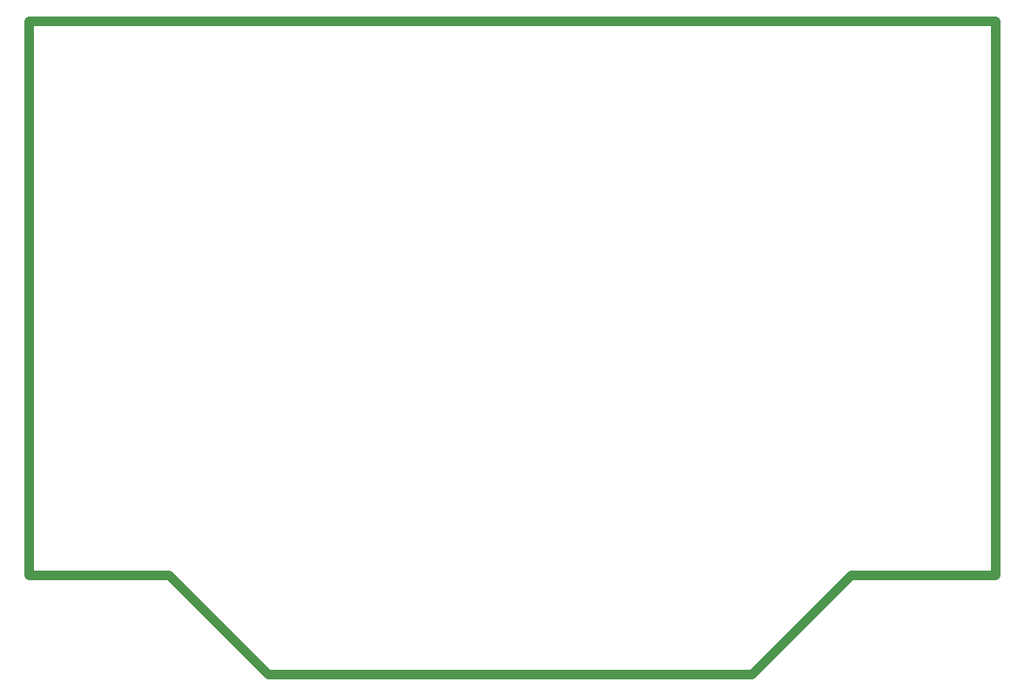
<source format=gko>
%FSDAX24Y24*%
%MOIN*%
%SFA1B1*%

%IPPOS*%
%ADD21C,0.035000*%
%ADD32C,0.010000*%
%LNpcb_potencia_motores-1*%
%LPD*%
G54D21*
X005534Y000175D02*
X009320Y-003610D01*
X000175Y000175D02*
X005534D01*
X000180Y021400D02*
X037210D01*
X027870Y-003610D02*
X031660Y000180D01*
X009360Y-003610D02*
X027870D01*
X037210Y000180D02*
Y021400D01*
X031660Y000180D02*
X037210D01*
X000175Y000175D02*
Y021400D01*
G54D32*
X009320Y-003610D02*
X009360D01*
X009320D02*
X009360D01*
M02*
</source>
